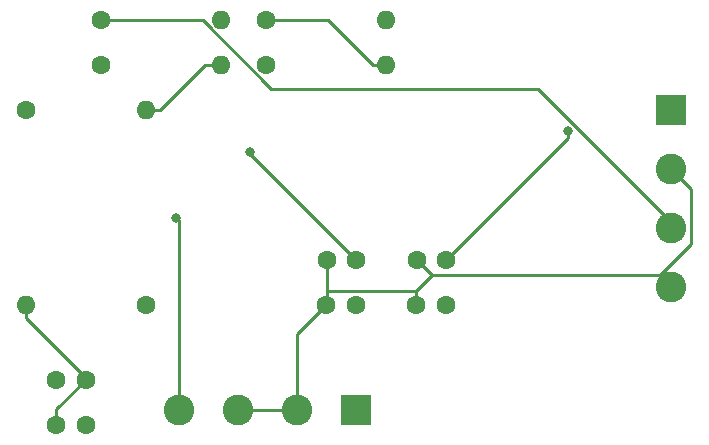
<source format=gbr>
G04 #@! TF.GenerationSoftware,KiCad,Pcbnew,(5.0.2)-1*
G04 #@! TF.CreationDate,2019-03-18T20:08:10-07:00*
G04 #@! TF.ProjectId,speaker,73706561-6b65-4722-9e6b-696361645f70,rev?*
G04 #@! TF.SameCoordinates,Original*
G04 #@! TF.FileFunction,Copper,L2,Bot*
G04 #@! TF.FilePolarity,Positive*
%FSLAX46Y46*%
G04 Gerber Fmt 4.6, Leading zero omitted, Abs format (unit mm)*
G04 Created by KiCad (PCBNEW (5.0.2)-1) date 3/18/2019 8:08:10 PM*
%MOMM*%
%LPD*%
G01*
G04 APERTURE LIST*
G04 #@! TA.AperFunction,ComponentPad*
%ADD10C,2.600000*%
G04 #@! TD*
G04 #@! TA.AperFunction,ComponentPad*
%ADD11R,2.600000X2.600000*%
G04 #@! TD*
G04 #@! TA.AperFunction,ComponentPad*
%ADD12C,1.600000*%
G04 #@! TD*
G04 #@! TA.AperFunction,ComponentPad*
%ADD13O,1.600000X1.600000*%
G04 #@! TD*
G04 #@! TA.AperFunction,ViaPad*
%ADD14C,0.800000*%
G04 #@! TD*
G04 #@! TA.AperFunction,Conductor*
%ADD15C,0.250000*%
G04 #@! TD*
G04 APERTURE END LIST*
D10*
G04 #@! TO.P,AudioOut1,4*
G04 #@! TO.N,GND*
X205740000Y-105170000D03*
G04 #@! TO.P,AudioOut1,3*
G04 #@! TO.N,Net-(AudioOut1-Pad3)*
X205740000Y-100170000D03*
G04 #@! TO.P,AudioOut1,2*
G04 #@! TO.N,GND*
X205740000Y-95170000D03*
D11*
G04 #@! TO.P,AudioOut1,1*
G04 #@! TO.N,Net-(AudioOut1-Pad1)*
X205740000Y-90170000D03*
G04 #@! TD*
D12*
G04 #@! TO.P,C1,2*
G04 #@! TO.N,GND*
X176570000Y-102870000D03*
G04 #@! TO.P,C1,1*
G04 #@! TO.N,/-9v*
X179070000Y-102870000D03*
G04 #@! TD*
G04 #@! TO.P,C2,1*
G04 #@! TO.N,GND*
X176530000Y-106680000D03*
G04 #@! TO.P,C2,2*
G04 #@! TO.N,/-9v*
X179030000Y-106680000D03*
G04 #@! TD*
G04 #@! TO.P,C3,1*
G04 #@! TO.N,/10v*
X186690000Y-102870000D03*
G04 #@! TO.P,C3,2*
G04 #@! TO.N,GND*
X184190000Y-102870000D03*
G04 #@! TD*
G04 #@! TO.P,C4,2*
G04 #@! TO.N,/10v*
X186650000Y-106680000D03*
G04 #@! TO.P,C4,1*
G04 #@! TO.N,GND*
X184150000Y-106680000D03*
G04 #@! TD*
D11*
G04 #@! TO.P,PowerIn1,1*
G04 #@! TO.N,/-9v*
X179070000Y-115570000D03*
D10*
G04 #@! TO.P,PowerIn1,2*
G04 #@! TO.N,GND*
X174070000Y-115570000D03*
G04 #@! TO.P,PowerIn1,3*
X169070000Y-115570000D03*
G04 #@! TO.P,PowerIn1,4*
G04 #@! TO.N,/10v*
X164070000Y-115570000D03*
G04 #@! TD*
D13*
G04 #@! TO.P,R1,2*
G04 #@! TO.N,GND*
X167640000Y-86360000D03*
D12*
G04 #@! TO.P,R1,1*
G04 #@! TO.N,Net-(R1-Pad1)*
X157480000Y-86360000D03*
G04 #@! TD*
G04 #@! TO.P,R2,1*
G04 #@! TO.N,Net-(AudioOut1-Pad3)*
X157480000Y-82550000D03*
D13*
G04 #@! TO.P,R2,2*
G04 #@! TO.N,Net-(R1-Pad1)*
X167640000Y-82550000D03*
G04 #@! TD*
D12*
G04 #@! TO.P,R3,1*
G04 #@! TO.N,Net-(R3-Pad1)*
X171450000Y-82550000D03*
D13*
G04 #@! TO.P,R3,2*
G04 #@! TO.N,GND*
X181610000Y-82550000D03*
G04 #@! TD*
G04 #@! TO.P,R4,2*
G04 #@! TO.N,Net-(R3-Pad1)*
X181610000Y-86360000D03*
D12*
G04 #@! TO.P,R4,1*
G04 #@! TO.N,Net-(AudioOut1-Pad1)*
X171450000Y-86360000D03*
G04 #@! TD*
G04 #@! TO.P,C5,1*
G04 #@! TO.N,/-9v*
X153670000Y-113030000D03*
G04 #@! TO.P,C5,2*
G04 #@! TO.N,GND*
X156170000Y-113030000D03*
G04 #@! TD*
G04 #@! TO.P,C6,2*
G04 #@! TO.N,/10v*
X156170000Y-116840000D03*
G04 #@! TO.P,C6,1*
G04 #@! TO.N,GND*
X153670000Y-116840000D03*
G04 #@! TD*
D13*
G04 #@! TO.P,R5,2*
G04 #@! TO.N,GND*
X151130000Y-106680000D03*
D12*
G04 #@! TO.P,R5,1*
G04 #@! TO.N,/LAudio*
X161290000Y-106680000D03*
G04 #@! TD*
G04 #@! TO.P,R6,1*
G04 #@! TO.N,/Raudio*
X151130000Y-90170000D03*
D13*
G04 #@! TO.P,R6,2*
G04 #@! TO.N,GND*
X161290000Y-90170000D03*
G04 #@! TD*
D14*
G04 #@! TO.N,/-9v*
X170096500Y-93693600D03*
G04 #@! TO.N,/10v*
X196990400Y-91954800D03*
X163840000Y-99280100D03*
G04 #@! TD*
D15*
G04 #@! TO.N,GND*
X169070000Y-115570000D02*
X174070000Y-115570000D01*
X151130000Y-106680000D02*
X151130000Y-107805300D01*
X151130000Y-107805300D02*
X156170000Y-112845300D01*
X156170000Y-112845300D02*
X156170000Y-113030000D01*
X176570000Y-105540800D02*
X176570000Y-106640000D01*
X176570000Y-106640000D02*
X176530000Y-106680000D01*
X176570000Y-102870000D02*
X176570000Y-105540800D01*
X184150000Y-105540800D02*
X176570000Y-105540800D01*
X184150000Y-105540800D02*
X185505400Y-104185400D01*
X184150000Y-106680000D02*
X184150000Y-105540800D01*
X174070000Y-115570000D02*
X174070000Y-109140000D01*
X174070000Y-109140000D02*
X176530000Y-106680000D01*
X185505400Y-104185400D02*
X204755400Y-104185400D01*
X184190000Y-102870000D02*
X185505400Y-104185400D01*
X204755400Y-104185400D02*
X205740000Y-105170000D01*
X205740000Y-95170000D02*
X207397400Y-96827400D01*
X207397400Y-96827400D02*
X207397400Y-101543400D01*
X207397400Y-101543400D02*
X204755400Y-104185400D01*
X161290000Y-90170000D02*
X162415300Y-90170000D01*
X162415300Y-90170000D02*
X166225300Y-86360000D01*
X166225300Y-86360000D02*
X167640000Y-86360000D01*
X156170000Y-113030000D02*
X153670000Y-115530000D01*
X153670000Y-115530000D02*
X153670000Y-116840000D01*
G04 #@! TO.N,Net-(AudioOut1-Pad3)*
X205740000Y-100170000D02*
X205740000Y-99644700D01*
X205740000Y-99644700D02*
X194477400Y-88382100D01*
X194477400Y-88382100D02*
X171880500Y-88382100D01*
X171880500Y-88382100D02*
X166048400Y-82550000D01*
X166048400Y-82550000D02*
X157480000Y-82550000D01*
G04 #@! TO.N,/-9v*
X170096500Y-93693600D02*
X170096500Y-93896500D01*
X170096500Y-93896500D02*
X179070000Y-102870000D01*
G04 #@! TO.N,/10v*
X186690000Y-102870000D02*
X196990400Y-92569600D01*
X196990400Y-92569600D02*
X196990400Y-91954800D01*
X164070000Y-115570000D02*
X164070000Y-99510100D01*
X164070000Y-99510100D02*
X163840000Y-99280100D01*
G04 #@! TO.N,Net-(R3-Pad1)*
X181610000Y-86360000D02*
X180484700Y-86360000D01*
X171450000Y-82550000D02*
X176674700Y-82550000D01*
X176674700Y-82550000D02*
X180484700Y-86360000D01*
G04 #@! TD*
M02*

</source>
